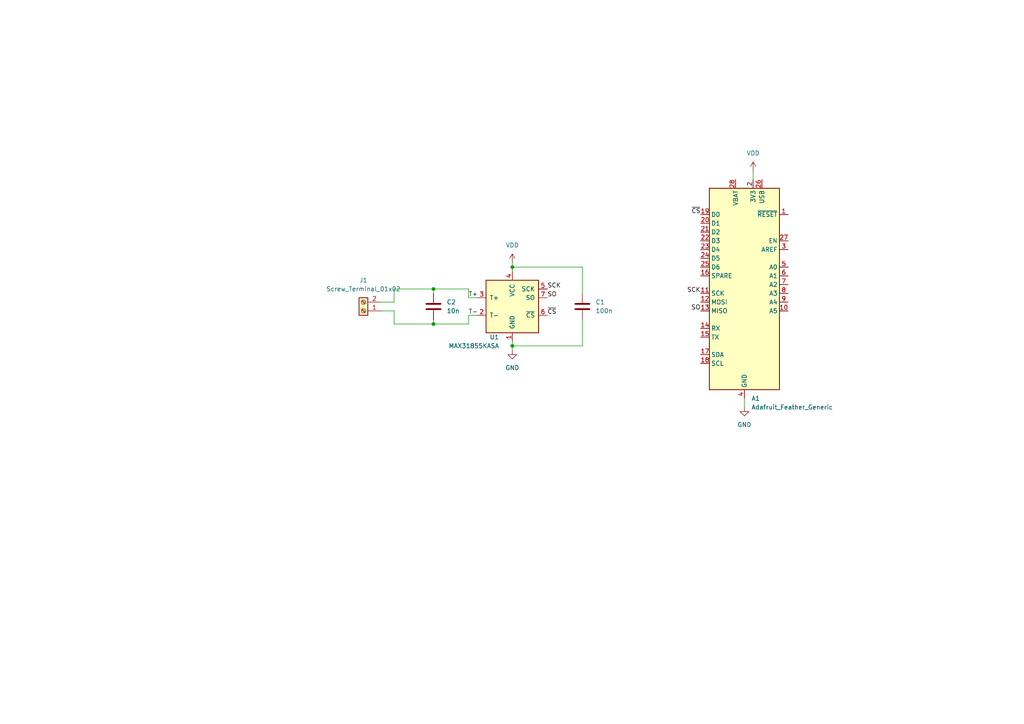
<source format=kicad_sch>
(kicad_sch (version 20211123) (generator eeschema)
  (paper "A4")
  (title_block (title "Thermocouple FeatherWing") (date "2023-06-22") (rev "1.0.0") (company "Christian Hirsch") (comment 1 "Copyright (c) 2023 Christian Hirsch") (comment 2 "SPDX-License-Identifier: Apache-2.0 WITH SHL-2.1"))
  (lib_symbols
    (symbol "Connector:Screw_Terminal_01x02" (pin_names (offset 1.016) hide)
      (property "Reference" "J" (at 0 2.54 0))
      (property "Value" "Screw_Terminal_01x02" (at 0 -5.08 0))
      (symbol "Screw_Terminal_01x02_1_1"
        (rectangle (start -1.27 1.27) (end 1.27 -3.81) (stroke (width 0.254)) (fill (type background)))
        (circle (center 0 -2.54) (radius 0.635) (stroke (width 0.1524)))
        (polyline (pts (xy -0.5334 -2.2098) (xy 0.3302 -3.048)) (stroke (width 0.1524)))
        (polyline (pts (xy -0.5334 0.3302) (xy 0.3302 -0.508)) (stroke (width 0.1524)))
        (polyline (pts (xy -0.3556 -2.032) (xy 0.508 -2.8702)) (stroke (width 0.1524)))
        (polyline (pts (xy -0.3556 0.508) (xy 0.508 -0.3302)) (stroke (width 0.1524)))
        (circle (center 0 0) (radius 0.635) (stroke (width 0.1524)))
        (pin passive line (at -5.08 0 0) (length 3.81) (name "Pin_1") (number "1"))
        (pin passive line (at -5.08 -2.54 0) (length 3.81) (name "Pin_2") (number "2"))
      )
    )
    (symbol "Device:C" (pin_numbers hide) (pin_names (offset 0.254))
      (property "Reference" "C" (at 0.635 2.54 0))
      (property "Value" "C" (at 0.635 -2.54 0))
      (symbol "C_0_1"
        (polyline (pts (xy -2.032 -0.762) (xy 2.032 -0.762)) (stroke (width 0.508)))
        (polyline (pts (xy -2.032 0.762) (xy 2.032 0.762)) (stroke (width 0.508)))
      )
      (symbol "C_1_1"
        (pin passive line (at 0 3.81 270) (length 2.794) (name "~") (number "1"))
        (pin passive line (at 0 -3.81 90) (length 2.794) (name "~") (number "2"))
      )
    )
    (symbol "MCU_Module:Adafruit_Feather_Generic"
      (property "Reference" "A" (at -10.16 29.21 0))
      (property "Value" "Adafruit_Feather_Generic" (at 2.54 -31.75 0))
      (symbol "Adafruit_Feather_Generic_0_1"
        (rectangle (start -10.16 27.94) (end 10.16 -30.48) (stroke (width 0.254)) (fill (type background)))
      )
      (symbol "Adafruit_Feather_Generic_1_1"
        (pin input line (at 12.7 20.32 180) (length 2.54) (name "~{RESET}") (number "1"))
        (pin bidirectional line (at 12.7 -7.62 180) (length 2.54) (name "A5") (number "10"))
        (pin bidirectional line (at -12.7 -2.54 0) (length 2.54) (name "SCK") (number "11"))
        (pin bidirectional line (at -12.7 -5.08 0) (length 2.54) (name "MOSI") (number "12"))
        (pin bidirectional line (at -12.7 -7.62 0) (length 2.54) (name "MISO") (number "13"))
        (pin bidirectional line (at -12.7 -12.7 0) (length 2.54) (name "RX") (number "14"))
        (pin bidirectional line (at -12.7 -15.24 0) (length 2.54) (name "TX") (number "15"))
        (pin bidirectional line (at -12.7 2.54 0) (length 2.54) (name "SPARE") (number "16"))
        (pin bidirectional line (at -12.7 -20.32 0) (length 2.54) (name "SDA") (number "17"))
        (pin bidirectional line (at -12.7 -22.86 0) (length 2.54) (name "SCL") (number "18"))
        (pin bidirectional line (at -12.7 20.32 0) (length 2.54) (name "D0") (number "19"))
        (pin power_in line (at 2.54 30.48 270) (length 2.54) (name "3V3") (number "2"))
        (pin bidirectional line (at -12.7 17.78 0) (length 2.54) (name "D1") (number "20"))
        (pin bidirectional line (at -12.7 15.24 0) (length 2.54) (name "D2") (number "21"))
        (pin bidirectional line (at -12.7 12.7 0) (length 2.54) (name "D3") (number "22"))
        (pin bidirectional line (at -12.7 10.16 0) (length 2.54) (name "D4") (number "23"))
        (pin bidirectional line (at -12.7 7.62 0) (length 2.54) (name "D5") (number "24"))
        (pin bidirectional line (at -12.7 5.08 0) (length 2.54) (name "D6") (number "25"))
        (pin power_in line (at 5.08 30.48 270) (length 2.54) (name "USB") (number "26"))
        (pin input line (at 12.7 12.7 180) (length 2.54) (name "EN") (number "27"))
        (pin power_in line (at -2.54 30.48 270) (length 2.54) (name "VBAT") (number "28"))
        (pin input line (at 12.7 10.16 180) (length 2.54) (name "AREF") (number "3"))
        (pin power_in line (at 0 -33.02 90) (length 2.54) (name "GND") (number "4"))
        (pin bidirectional line (at 12.7 5.08 180) (length 2.54) (name "A0") (number "5"))
        (pin bidirectional line (at 12.7 2.54 180) (length 2.54) (name "A1") (number "6"))
        (pin bidirectional line (at 12.7 0 180) (length 2.54) (name "A2") (number "7"))
        (pin bidirectional line (at 12.7 -2.54 180) (length 2.54) (name "A3") (number "8"))
        (pin bidirectional line (at 12.7 -5.08 180) (length 2.54) (name "A4") (number "9"))
      )
    )
    (symbol "Sensor_Temperature:MAX31855KASA" (pin_names (offset 1.016))
      (property "Reference" "U" (at -7.62 8.89 0))
      (property "Value" "MAX31855KASA" (at 1.27 8.89 0))
      (symbol "MAX31855KASA_0_1"
        (rectangle (start -7.62 7.62) (end 7.62 -7.62) (stroke (width 0.254)) (fill (type background)))
      )
      (symbol "MAX31855KASA_1_1"
        (pin power_in line (at 0 -10.16 90) (length 2.54) (name "GND") (number "1"))
        (pin passive line (at -10.16 -2.54 0) (length 2.54) (name "T-") (number "2"))
        (pin passive line (at -10.16 2.54 0) (length 2.54) (name "T+") (number "3"))
        (pin power_in line (at 0 10.16 270) (length 2.54) (name "VCC") (number "4"))
        (pin input line (at 10.16 5.08 180) (length 2.54) (name "SCK") (number "5"))
        (pin input line (at 10.16 -2.54 180) (length 2.54) (name "~{CS}") (number "6"))
        (pin tri_state line (at 10.16 2.54 180) (length 2.54) (name "SO") (number "7"))
      )
    )
    (symbol "power:GND" (power) (pin_names (offset 0))
      (property "Value" "GND" (at 0 -3.81 0))
      (symbol "GND_0_1"
        (polyline (pts (xy 0 0) (xy 0 -1.27) (xy 1.27 -1.27) (xy 0 -2.54) (xy -1.27 -1.27) (xy 0 -1.27)))
      )
      (symbol "GND_1_1"
        (pin power_in line (at 0 0 270) (length 0) hide (name "GND") (number "1"))
      )
    )
    (symbol "power:VDD" (power) (pin_names (offset 0))
      (property "Value" "VDD" (at 0 3.81 0))
      (symbol "VDD_0_1"
        (polyline (pts (xy -0.762 1.27) (xy 0 2.54)))
        (polyline (pts (xy 0 0) (xy 0 2.54)))
        (polyline (pts (xy 0 2.54) (xy 0.762 1.27)))
      )
      (symbol "VDD_1_1"
        (pin power_in line (at 0 0 90) (length 0) hide (name "VDD") (number "1"))
      )
    )
  )
  (junction (at 148.59 100.33))
  (junction (at 148.59 77.47))
  (junction (at 125.73 83.82))
  (junction (at 125.73 93.98))
  (wire (pts (xy 168.91 92.71) (xy 168.91 100.33)))
  (wire (pts (xy 148.59 77.47) (xy 148.59 78.74)))
  (wire (pts (xy 125.73 92.71) (xy 125.73 93.98)))
  (wire (pts (xy 125.73 93.98) (xy 114.3 93.98)))
  (wire (pts (xy 114.3 93.98) (xy 114.3 90.17)))
  (wire (pts (xy 135.89 91.44) (xy 138.43 91.44)))
  (wire (pts (xy 168.91 85.09) (xy 168.91 77.47)))
  (wire (pts (xy 218.44 49.53) (xy 218.44 52.07)))
  (wire (pts (xy 114.3 87.63) (xy 114.3 83.82)))
  (wire (pts (xy 135.89 93.98) (xy 135.89 91.44)))
  (wire (pts (xy 168.91 100.33) (xy 148.59 100.33)))
  (wire (pts (xy 114.3 90.17) (xy 110.49 90.17)))
  (wire (pts (xy 168.91 77.47) (xy 148.59 77.47)))
  (wire (pts (xy 125.73 83.82) (xy 125.73 85.09)))
  (wire (pts (xy 125.73 93.98) (xy 135.89 93.98)))
  (wire (pts (xy 148.59 100.33) (xy 148.59 101.6)))
  (wire (pts (xy 148.59 100.33) (xy 148.59 99.06)))
  (wire (pts (xy 215.9 115.57) (xy 215.9 118.11)))
  (wire (pts (xy 114.3 83.82) (xy 125.73 83.82)))
  (wire (pts (xy 138.43 86.36) (xy 135.89 86.36)))
  (wire (pts (xy 148.59 76.2) (xy 148.59 77.47)))
  (wire (pts (xy 135.89 83.82) (xy 125.73 83.82)))
  (wire (pts (xy 110.49 87.63) (xy 114.3 87.63)))
  (wire (pts (xy 135.89 86.36) (xy 135.89 83.82)))
  (label "~{CS}" (at 158.75 91.44 0))
  (label "T-" (at 135.89 91.44 0))
  (label "SO" (at 203.2 90.17 180))
  (label "SCK" (at 158.75 83.82 0))
  (label "SCK" (at 203.2 85.09 180))
  (label "~{CS}" (at 203.2 62.23 180))
  (label "SO" (at 158.75 86.36 0))
  (label "T+" (at 135.89 86.36 0))
  (symbol (lib_id "power:GND") (at 148.59 101.6 0) (unit 1)
    (property "Reference" "#PWR0101" (effects hide))
    (property "Value" "GND" (at 148.59 106.68 0))
  )
  (symbol (lib_id "power:GND") (at 215.9 118.11 0) (unit 1)
    (property "Reference" "#PWR0104" (effects hide))
    (property "Value" "GND" (at 215.9 123.19 0))
  )
  (symbol (lib_id "MCU_Module:Adafruit_Feather_Generic") (at 215.9 82.55 0) (unit 1)
    (property "Reference" "A1" (at 217.9194 115.57 0) (effects (justify left)))
    (property "Value" "Adafruit_Feather_Generic" (at 217.9194 118.11 0) (effects (justify left)))
    (property "Footprint" "Project:Adafruit_Feather_EdgeCuts" (effects hide))
    (property "Datasheet" "https://cdn-learn.adafruit.com/downloads/pdf/adafruit-feather.pdf" (effects hide))
  )
  (symbol (lib_id "power:VDD") (at 148.59 76.2 0) (unit 1)
    (property "Reference" "#PWR0103" (effects hide))
    (property "Value" "VDD" (at 148.59 71.12 0))
  )
  (symbol (lib_id "Sensor_Temperature:MAX31855KASA") (at 148.59 88.9 0) (unit 1)
    (property "Reference" "U1" (at 144.78 97.79 0) (effects (justify right)))
    (property "Value" "MAX31855KASA" (at 144.78 100.33 0) (effects (justify right)))
    (property "Footprint" "Package_SO:SOIC-8_3.9x4.9mm_P1.27mm" (effects hide))
    (property "Datasheet" "http://datasheets.maximintegrated.com/en/ds/MAX31855.pdf" (effects hide))
  )
  (symbol (lib_id "power:VDD") (at 218.44 49.53 0) (unit 1)
    (property "Reference" "#PWR0102" (effects hide))
    (property "Value" "VDD" (at 218.44 44.45 0))
  )
  (symbol (lib_id "Connector:Screw_Terminal_01x02") (at 105.41 90.17 180) (unit 1)
    (property "Reference" "J1" (at 105.41 81.28 0))
    (property "Value" "Screw_Terminal_01x02" (at 105.41 83.82 0))
    (property "Footprint" "Connector_Phoenix_MSTB:PhoenixContact_MSTBA_2,5_2-G_1x02_P5.00mm_Horizontal" (effects hide))
  )
  (symbol (lib_id "Device:C") (at 125.73 88.9 0) (unit 1)
    (property "Reference" "C2" (at 129.54 87.6299 0) (effects (justify left)))
    (property "Value" "10n" (at 129.54 90.1699 0) (effects (justify left)))
    (property "Footprint" "Capacitor_SMD:C_0603_1608Metric" (effects hide))
  )
  (symbol (lib_id "Device:C") (at 168.91 88.9 0) (unit 1)
    (property "Reference" "C1" (at 172.72 87.6299 0) (effects (justify left)))
    (property "Value" "100n" (at 172.72 90.1699 0) (effects (justify left)))
    (property "Footprint" "Capacitor_SMD:C_0603_1608Metric" (effects hide))
  )
)
</source>
